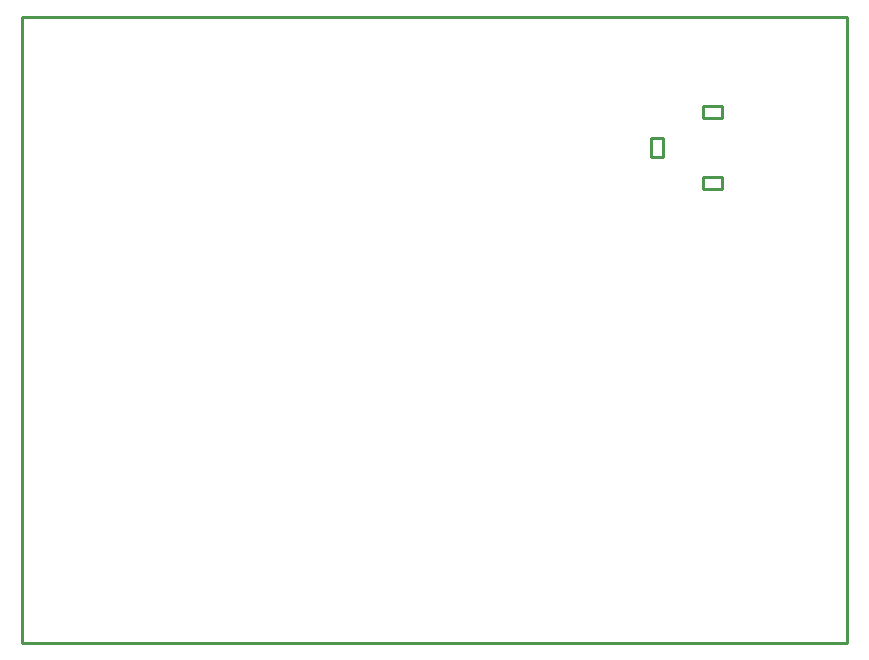
<source format=gbr>
G04 EAGLE Gerber RS-274X export*
G75*
%MOMM*%
%FSLAX34Y34*%
%LPD*%
%IN*%
%IPPOS*%
%AMOC8*
5,1,8,0,0,1.08239X$1,22.5*%
G01*
%ADD10C,0.254000*%


D10*
X0Y0D02*
X698300Y0D01*
X698300Y530100D01*
X0Y530100D01*
X0Y0D01*
X576200Y384100D02*
X592200Y384100D01*
X592200Y394100D01*
X576200Y394100D01*
X576200Y384100D01*
X576200Y444100D02*
X592200Y444100D01*
X592200Y454100D01*
X576200Y454100D01*
X576200Y444100D01*
X532200Y411100D02*
X542200Y411100D01*
X542200Y427100D01*
X532200Y427100D01*
X532200Y411100D01*
M02*

</source>
